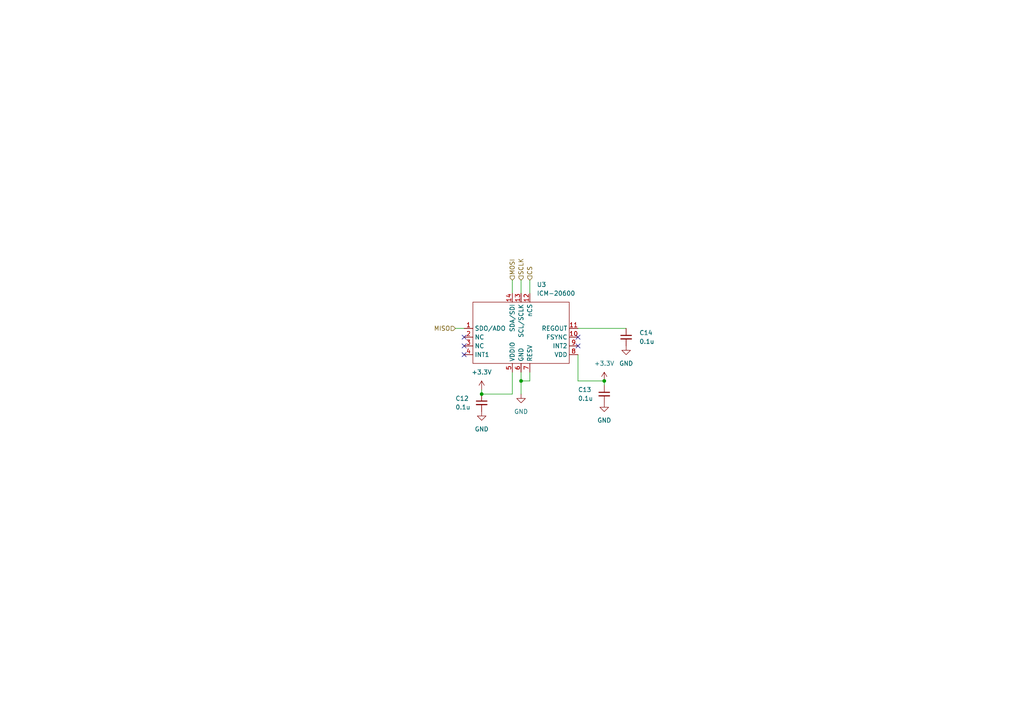
<source format=kicad_sch>
(kicad_sch (version 20211123) (generator eeschema)
  (paper "A4")
  (lib_symbols
    (symbol "Device:C_Small" (pin_numbers hide) (pin_names (offset 0.254) hide)
      (property "Reference" "C" (at 0.254 1.778 0))
      (property "Value" "C_Small" (at 0.254 -2.032 0))
      (symbol "C_Small_0_1"
        (polyline (pts (xy -1.524 -0.508) (xy 1.524 -0.508)) (stroke (width 0.3302)))
        (polyline (pts (xy -1.524 0.508) (xy 1.524 0.508)) (stroke (width 0.3048)))
      )
      (symbol "C_Small_1_1"
        (pin passive line (at 0 2.54 270) (length 2.032) (name "~") (number "1"))
        (pin passive line (at 0 -2.54 90) (length 2.032) (name "~") (number "2"))
      )
    )
    (symbol "My_Device:ICM-20600"
      (property "Reference" "U" (at 10.16 -2.54 0))
      (property "Value" "ICM-20600" (at 10.16 -5.08 0))
      (symbol "ICM-20600_0_1"
        (rectangle (start -13.97 -7.62) (end 13.97 -25.4))
      )
      (symbol "ICM-20600_1_1"
        (pin input line (at -16.51 -15.24 0) (length 2.54) (name "SDO/ADO") (number "1"))
        (pin input line (at 16.51 -17.78 180) (length 2.54) (name "FSYNC") (number "10"))
        (pin input line (at 16.51 -15.24 180) (length 2.54) (name "REGOUT") (number "11"))
        (pin input line (at 2.54 -5.08 270) (length 2.54) (name "nCS") (number "12"))
        (pin input line (at 0 -5.08 270) (length 2.54) (name "SCL/SCLK") (number "13"))
        (pin input line (at -2.54 -5.08 270) (length 2.54) (name "SDA/SDI") (number "14"))
        (pin input line (at -16.51 -17.78 0) (length 2.54) (name "NC") (number "2"))
        (pin input line (at -16.51 -20.32 0) (length 2.54) (name "NC") (number "3"))
        (pin input line (at -16.51 -22.86 0) (length 2.54) (name "INT1") (number "4"))
        (pin input line (at -2.54 -27.94 90) (length 2.54) (name "VDDIO") (number "5"))
        (pin input line (at 0 -27.94 90) (length 2.54) (name "GND") (number "6"))
        (pin input line (at 2.54 -27.94 90) (length 2.54) (name "RESV") (number "7"))
        (pin input line (at 16.51 -22.86 180) (length 2.54) (name "VDD") (number "8"))
        (pin input line (at 16.51 -20.32 180) (length 2.54) (name "INT2") (number "9"))
      )
    )
    (symbol "power:+3.3V" (power) (pin_names (offset 0))
      (property "Value" "+3.3V" (at 0 3.556 0))
      (symbol "+3.3V_0_1"
        (polyline (pts (xy -0.762 1.27) (xy 0 2.54)))
        (polyline (pts (xy 0 0) (xy 0 2.54)))
        (polyline (pts (xy 0 2.54) (xy 0.762 1.27)))
      )
      (symbol "+3.3V_1_1"
        (pin power_in line (at 0 0 90) (length 0) hide (name "+3.3V") (number "1"))
      )
    )
    (symbol "power:GND" (power) (pin_names (offset 0))
      (property "Value" "GND" (at 0 -3.81 0))
      (symbol "GND_0_1"
        (polyline (pts (xy 0 0) (xy 0 -1.27) (xy 1.27 -1.27) (xy 0 -2.54) (xy -1.27 -1.27) (xy 0 -1.27)))
      )
      (symbol "GND_1_1"
        (pin power_in line (at 0 0 270) (length 0) hide (name "GND") (number "1"))
      )
    )
  )
  (junction (at 175.26 110.49))
  (junction (at 151.13 110.49))
  (junction (at 139.7 114.3))
  (no_connect (at 134.62 102.87))
  (no_connect (at 134.62 100.33))
  (no_connect (at 167.64 97.79))
  (no_connect (at 134.62 97.79))
  (no_connect (at 167.64 100.33))
  (wire (pts (xy 167.64 95.25) (xy 181.61 95.25)))
  (wire (pts (xy 153.67 81.28) (xy 153.67 85.09)))
  (wire (pts (xy 167.64 102.87) (xy 167.64 110.49)))
  (wire (pts (xy 151.13 110.49) (xy 151.13 114.3)))
  (wire (pts (xy 148.59 81.28) (xy 148.59 85.09)))
  (wire (pts (xy 148.59 114.3) (xy 139.7 114.3)))
  (wire (pts (xy 132.08 95.25) (xy 134.62 95.25)))
  (wire (pts (xy 151.13 110.49) (xy 153.67 110.49)))
  (wire (pts (xy 153.67 107.95) (xy 153.67 110.49)))
  (wire (pts (xy 175.26 110.49) (xy 175.26 111.76)))
  (wire (pts (xy 139.7 113.03) (xy 139.7 114.3)))
  (wire (pts (xy 167.64 110.49) (xy 175.26 110.49)))
  (wire (pts (xy 151.13 107.95) (xy 151.13 110.49)))
  (wire (pts (xy 151.13 81.28) (xy 151.13 85.09)))
  (wire (pts (xy 148.59 107.95) (xy 148.59 114.3)))
  (hierarchical_label "MOSI" (shape input) (at 148.59 81.28 90))
  (hierarchical_label "MISO" (shape input) (at 132.08 95.25 180))
  (hierarchical_label "SCLK" (shape input) (at 151.13 81.28 90))
  (hierarchical_label "CS" (shape input) (at 153.67 81.28 90))
  (symbol (lib_id "power:+3.3V") (at 139.7 113.03 0) (unit 1)
    (property "Reference" "#PWR013" (effects hide))
    (property "Value" "+3.3V" (at 139.7 107.95 0))
  )
  (symbol (lib_id "power:GND") (at 181.61 100.33 0) (unit 1)
    (property "Reference" "#PWR018" (effects hide))
    (property "Value" "GND" (at 181.61 105.41 0))
  )
  (symbol (lib_id "power:GND") (at 151.13 114.3 0) (unit 1)
    (property "Reference" "#PWR015" (effects hide))
    (property "Value" "GND" (at 151.13 119.38 0))
  )
  (symbol (lib_id "Device:C_Small") (at 181.61 97.79 0) (unit 1)
    (property "Reference" "C14" (at 185.42 96.52 0) (effects (justify left)))
    (property "Value" "0.1u" (at 185.42 99.06 0) (effects (justify left)))
    (property "Footprint" "Capacitor_SMD:C_0201_0603Metric" (effects hide))
  )
  (symbol (lib_id "Device:C_Small") (at 175.26 114.3 0) (unit 1)
    (property "Reference" "C13" (at 167.64 113.03 0) (effects (justify left)))
    (property "Value" "0.1u" (at 167.64 115.57 0) (effects (justify left)))
    (property "Footprint" "Capacitor_SMD:C_0201_0603Metric" (effects hide))
  )
  (symbol (lib_id "power:GND") (at 175.26 116.84 0) (unit 1)
    (property "Reference" "#PWR017" (effects hide))
    (property "Value" "GND" (at 175.26 121.92 0))
  )
  (symbol (lib_id "power:+3.3V") (at 175.26 110.49 0) (unit 1)
    (property "Reference" "#PWR016" (effects hide))
    (property "Value" "+3.3V" (at 175.26 105.41 0))
  )
  (symbol (lib_id "power:GND") (at 139.7 119.38 0) (unit 1)
    (property "Reference" "#PWR014" (effects hide))
    (property "Value" "GND" (at 139.7 124.46 0))
  )
  (symbol (lib_id "My_Device:ICM-20600") (at 151.13 80.01 0) (unit 1)
    (property "Reference" "U3" (at 155.6894 82.55 0) (effects (justify left)))
    (property "Value" "ICM-20600" (at 155.6894 85.09 0) (effects (justify left)))
    (property "Footprint" "Package_LGA:LGA-14_3x2.5mm_P0.5mm_LayoutBorder3x4y" (effects hide))
  )
  (symbol (lib_id "Device:C_Small") (at 139.7 116.84 0) (unit 1)
    (property "Reference" "C12" (at 132.08 115.57 0) (effects (justify left)))
    (property "Value" "0.1u" (at 132.08 118.11 0) (effects (justify left)))
    (property "Footprint" "Capacitor_SMD:C_0201_0603Metric" (effects hide))
  )
)
</source>
